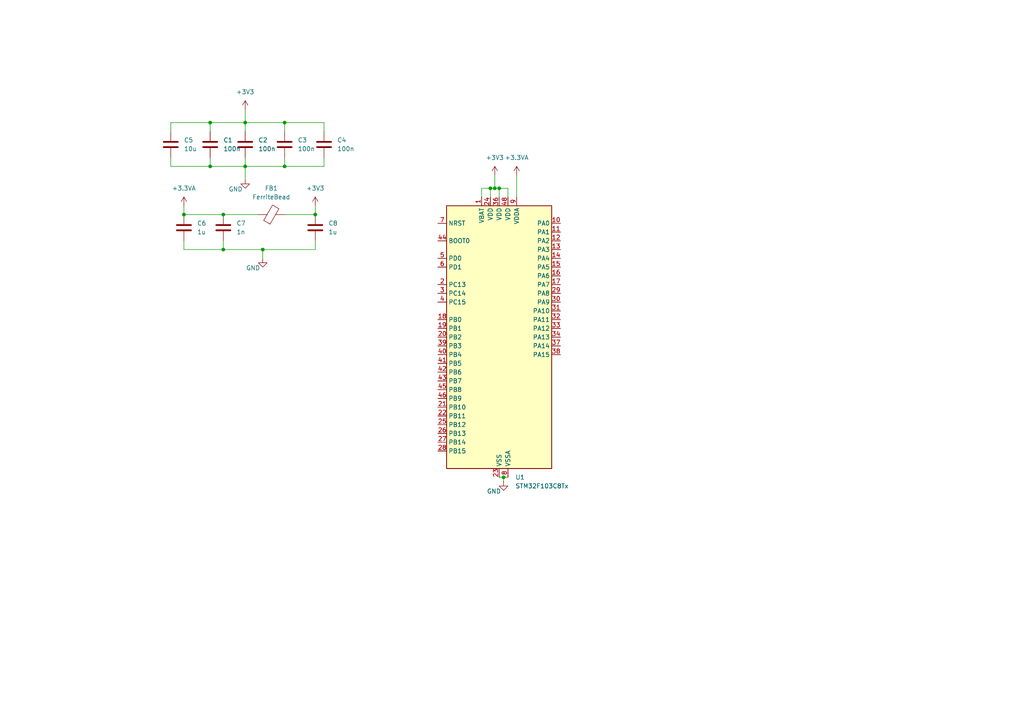
<source format=kicad_sch>
(kicad_sch (version 20250114) (generator "eeschema") (generator_version "9.0")
  (paper "A4")
  (lib_symbols
    (symbol "Device:C" (pin_numbers (hide yes)) (pin_names (offset 0.254))
      (property "Reference" "C" (at 0.635 2.54 0))
      (property "Value" "C" (at 0.635 -2.54 0))
      (symbol "C_0_1"
        (polyline (pts (xy -2.032 0.762) (xy 2.032 0.762)) (stroke (width 0.508)))
        (polyline (pts (xy -2.032 -0.762) (xy 2.032 -0.762)) (stroke (width 0.508)))
      )
      (symbol "C_1_1"
        (pin passive line (at 0 3.81 270) (length 2.794) (name "~") (number "1"))
        (pin passive line (at 0 -3.81 90) (length 2.794) (name "~") (number "2"))
      )
    )
    (symbol "Device:FerriteBead" (pin_numbers (hide yes)) (pin_names (offset 0))
      (property "Reference" "FB" (at -3.81 0.635 90))
      (property "Value" "FerriteBead" (at 3.81 0 90))
      (symbol "FerriteBead_0_1"
        (polyline (pts (xy -2.7686 0.4064) (xy -1.7018 2.2606) (xy 2.7686 -0.3048) (xy 1.6764 -2.159) (xy -2.7686 0.4064)))
        (polyline (pts (xy 0 1.27) (xy 0 1.2954)))
        (polyline (pts (xy 0 -1.27) (xy 0 -1.2192)))
      )
      (symbol "FerriteBead_1_1"
        (pin passive line (at 0 3.81 270) (length 2.54) (name "~") (number "1"))
        (pin passive line (at 0 -3.81 90) (length 2.54) (name "~") (number "2"))
      )
    )
    (symbol "MCU_ST_STM32F1:STM32F103C8Tx"
      (property "Reference" "U" (at -15.24 39.37 0))
      (property "Value" "STM32F103C8Tx" (at 7.62 39.37 0))
      (symbol "STM32F103C8Tx_0_1"
        (rectangle (start -15.24 -38.1) (end 15.24 38.1) (stroke (width 0.254)) (fill (type background)))
      )
      (symbol "STM32F103C8Tx_1_1"
        (pin input line (at -17.78 33.02 0) (length 2.54) (name "NRST") (number "7"))
        (pin input line (at -17.78 27.94 0) (length 2.54) (name "BOOT0") (number "44"))
        (pin bidirectional line (at -17.78 22.86 0) (length 2.54) (name "PD0") (number "5"))
        (pin bidirectional line (at -17.78 20.32 0) (length 2.54) (name "PD1") (number "6"))
        (pin bidirectional line (at -17.78 15.24 0) (length 2.54) (name "PC13") (number "2"))
        (pin bidirectional line (at -17.78 12.7 0) (length 2.54) (name "PC14") (number "3"))
        (pin bidirectional line (at -17.78 10.16 0) (length 2.54) (name "PC15") (number "4"))
        (pin bidirectional line (at -17.78 5.08 0) (length 2.54) (name "PB0") (number "18"))
        (pin bidirectional line (at -17.78 2.54 0) (length 2.54) (name "PB1") (number "19"))
        (pin bidirectional line (at -17.78 0 0) (length 2.54) (name "PB2") (number "20"))
        (pin bidirectional line (at -17.78 -2.54 0) (length 2.54) (name "PB3") (number "39"))
        (pin bidirectional line (at -17.78 -5.08 0) (length 2.54) (name "PB4") (number "40"))
        (pin bidirectional line (at -17.78 -7.62 0) (length 2.54) (name "PB5") (number "41"))
        (pin bidirectional line (at -17.78 -10.16 0) (length 2.54) (name "PB6") (number "42"))
        (pin bidirectional line (at -17.78 -12.7 0) (length 2.54) (name "PB7") (number "43"))
        (pin bidirectional line (at -17.78 -15.24 0) (length 2.54) (name "PB8") (number "45"))
        (pin bidirectional line (at -17.78 -17.78 0) (length 2.54) (name "PB9") (number "46"))
        (pin bidirectional line (at -17.78 -20.32 0) (length 2.54) (name "PB10") (number "21"))
        (pin bidirectional line (at -17.78 -22.86 0) (length 2.54) (name "PB11") (number "22"))
        (pin bidirectional line (at -17.78 -25.4 0) (length 2.54) (name "PB12") (number "25"))
        (pin bidirectional line (at -17.78 -27.94 0) (length 2.54) (name "PB13") (number "26"))
        (pin bidirectional line (at -17.78 -30.48 0) (length 2.54) (name "PB14") (number "27"))
        (pin bidirectional line (at -17.78 -33.02 0) (length 2.54) (name "PB15") (number "28"))
        (pin power_in line (at -5.08 40.64 270) (length 2.54) (name "VBAT") (number "1"))
        (pin power_in line (at -2.54 40.64 270) (length 2.54) (name "VDD") (number "24"))
        (pin power_in line (at 0 40.64 270) (length 2.54) (name "VDD") (number "36"))
        (pin power_in line (at 0 -40.64 90) (length 2.54) (name "VSS") (number "23"))
        (pin passive line (at 0 -40.64 90) (length 2.54) (hide yes) (name "VSS") (number "35"))
        (pin passive line (at 0 -40.64 90) (length 2.54) (hide yes) (name "VSS") (number "47"))
        (pin power_in line (at 2.54 40.64 270) (length 2.54) (name "VDD") (number "48"))
        (pin power_in line (at 2.54 -40.64 90) (length 2.54) (name "VSSA") (number "8"))
        (pin power_in line (at 5.08 40.64 270) (length 2.54) (name "VDDA") (number "9"))
        (pin bidirectional line (at 17.78 33.02 180) (length 2.54) (name "PA0") (number "10"))
        (pin bidirectional line (at 17.78 30.48 180) (length 2.54) (name "PA1") (number "11"))
        (pin bidirectional line (at 17.78 27.94 180) (length 2.54) (name "PA2") (number "12"))
        (pin bidirectional line (at 17.78 25.4 180) (length 2.54) (name "PA3") (number "13"))
        (pin bidirectional line (at 17.78 22.86 180) (length 2.54) (name "PA4") (number "14"))
        (pin bidirectional line (at 17.78 20.32 180) (length 2.54) (name "PA5") (number "15"))
        (pin bidirectional line (at 17.78 17.78 180) (length 2.54) (name "PA6") (number "16"))
        (pin bidirectional line (at 17.78 15.24 180) (length 2.54) (name "PA7") (number "17"))
        (pin bidirectional line (at 17.78 12.7 180) (length 2.54) (name "PA8") (number "29"))
        (pin bidirectional line (at 17.78 10.16 180) (length 2.54) (name "PA9") (number "30"))
        (pin bidirectional line (at 17.78 7.62 180) (length 2.54) (name "PA10") (number "31"))
        (pin bidirectional line (at 17.78 5.08 180) (length 2.54) (name "PA11") (number "32"))
        (pin bidirectional line (at 17.78 2.54 180) (length 2.54) (name "PA12") (number "33"))
        (pin bidirectional line (at 17.78 0 180) (length 2.54) (name "PA13") (number "34"))
        (pin bidirectional line (at 17.78 -2.54 180) (length 2.54) (name "PA14") (number "37"))
        (pin bidirectional line (at 17.78 -5.08 180) (length 2.54) (name "PA15") (number "38"))
      )
    )
    (symbol "power:+3.3VA" (power) (pin_numbers (hide yes)) (pin_names (offset 0) (hide yes))
      (property "Value" "+3.3VA" (at 0 3.556 0))
      (symbol "+3.3VA_0_1"
        (polyline (pts (xy -0.762 1.27) (xy 0 2.54)))
        (polyline (pts (xy 0 2.54) (xy 0.762 1.27)))
        (polyline (pts (xy 0 0) (xy 0 2.54)))
      )
      (symbol "+3.3VA_1_1"
        (pin power_in line (at 0 0 90) (length 0) (name "~") (number "1"))
      )
    )
    (symbol "power:+3V3" (power) (pin_numbers (hide yes)) (pin_names (offset 0) (hide yes))
      (property "Value" "+3V3" (at 0 3.556 0))
      (symbol "+3V3_0_1"
        (polyline (pts (xy -0.762 1.27) (xy 0 2.54)))
        (polyline (pts (xy 0 2.54) (xy 0.762 1.27)))
        (polyline (pts (xy 0 0) (xy 0 2.54)))
      )
      (symbol "+3V3_1_1"
        (pin power_in line (at 0 0 90) (length 0) (name "~") (number "1"))
      )
    )
    (symbol "power:GND" (power) (pin_numbers (hide yes)) (pin_names (offset 0) (hide yes))
      (property "Value" "GND" (at 0 -3.81 0))
      (symbol "GND_0_1"
        (polyline (pts (xy 0 0) (xy 0 -1.27) (xy 1.27 -1.27) (xy 0 -2.54) (xy -1.27 -1.27) (xy 0 -1.27)))
      )
      (symbol "GND_1_1"
        (pin power_in line (at 0 0 270) (length 0) (name "~") (number "1"))
      )
    )
  )
  (junction (at 71.12 35.56))
  (junction (at 64.77 72.39))
  (junction (at 91.44 62.23))
  (junction (at 144.78 54.61))
  (junction (at 76.2 72.39))
  (junction (at 82.55 35.56))
  (junction (at 60.96 35.56))
  (junction (at 82.55 48.26))
  (junction (at 143.51 54.61))
  (junction (at 146.05 138.43))
  (junction (at 64.77 62.23))
  (junction (at 71.12 48.26))
  (junction (at 60.96 48.26))
  (junction (at 53.34 62.23))
  (junction (at 142.24 54.61))
  (wire (pts (xy 49.53 45.72) (xy 49.53 48.26)))
  (wire (pts (xy 144.78 54.61) (xy 144.78 57.15)))
  (wire (pts (xy 91.44 69.85) (xy 91.44 72.39)))
  (wire (pts (xy 144.78 54.61) (xy 147.32 54.61)))
  (wire (pts (xy 53.34 69.85) (xy 53.34 72.39)))
  (wire (pts (xy 76.2 72.39) (xy 76.2 74.93)))
  (wire (pts (xy 60.96 45.72) (xy 60.96 48.26)))
  (wire (pts (xy 71.12 31.75) (xy 71.12 35.56)))
  (wire (pts (xy 76.2 72.39) (xy 91.44 72.39)))
  (wire (pts (xy 142.24 54.61) (xy 142.24 57.15)))
  (wire (pts (xy 60.96 35.56) (xy 60.96 38.1)))
  (wire (pts (xy 71.12 48.26) (xy 71.12 52.07)))
  (wire (pts (xy 64.77 69.85) (xy 64.77 72.39)))
  (wire (pts (xy 64.77 62.23) (xy 74.93 62.23)))
  (wire (pts (xy 71.12 35.56) (xy 71.12 38.1)))
  (wire (pts (xy 82.55 35.56) (xy 82.55 38.1)))
  (wire (pts (xy 82.55 45.72) (xy 82.55 48.26)))
  (wire (pts (xy 82.55 35.56) (xy 93.98 35.56)))
  (wire (pts (xy 147.32 54.61) (xy 147.32 57.15)))
  (wire (pts (xy 53.34 62.23) (xy 64.77 62.23)))
  (wire (pts (xy 93.98 45.72) (xy 93.98 48.26)))
  (wire (pts (xy 49.53 48.26) (xy 60.96 48.26)))
  (wire (pts (xy 139.7 57.15) (xy 139.7 54.61)))
  (wire (pts (xy 71.12 45.72) (xy 71.12 48.26)))
  (wire (pts (xy 82.55 48.26) (xy 93.98 48.26)))
  (wire (pts (xy 53.34 59.69) (xy 53.34 62.23)))
  (wire (pts (xy 53.34 72.39) (xy 64.77 72.39)))
  (wire (pts (xy 60.96 48.26) (xy 71.12 48.26)))
  (wire (pts (xy 93.98 35.56) (xy 93.98 38.1)))
  (wire (pts (xy 139.7 54.61) (xy 142.24 54.61)))
  (wire (pts (xy 71.12 48.26) (xy 82.55 48.26)))
  (wire (pts (xy 146.05 138.43) (xy 146.05 139.7)))
  (wire (pts (xy 143.51 50.8) (xy 143.51 54.61)))
  (wire (pts (xy 142.24 54.61) (xy 143.51 54.61)))
  (wire (pts (xy 49.53 38.1) (xy 49.53 35.56)))
  (wire (pts (xy 64.77 72.39) (xy 76.2 72.39)))
  (wire (pts (xy 49.53 35.56) (xy 60.96 35.56)))
  (wire (pts (xy 91.44 59.69) (xy 91.44 62.23)))
  (wire (pts (xy 143.51 54.61) (xy 144.78 54.61)))
  (wire (pts (xy 60.96 35.56) (xy 71.12 35.56)))
  (wire (pts (xy 144.78 138.43) (xy 146.05 138.43)))
  (wire (pts (xy 149.86 50.8) (xy 149.86 57.15)))
  (wire (pts (xy 146.05 138.43) (xy 147.32 138.43)))
  (wire (pts (xy 82.55 62.23) (xy 91.44 62.23)))
  (wire (pts (xy 71.12 35.56) (xy 82.55 35.56)))
  (symbol (lib_id "Device:C") (at 60.96 41.91 0) (unit 1)
    (property "Reference" "C1" (at 64.77 40.6399 0) (effects (justify left)))
    (property "Value" "100n" (at 64.77 43.1799 0) (effects (justify left)))
    (property "Description" "Unpolarized capacitor" (effects (hide yes)))
  )
  (symbol (lib_id "Device:C") (at 93.98 41.91 0) (unit 1)
    (property "Reference" "C4" (at 97.79 40.6399 0) (effects (justify left)))
    (property "Value" "100n" (at 97.79 43.1799 0) (effects (justify left)))
    (property "Description" "Unpolarized capacitor" (effects (hide yes)))
  )
  (symbol (lib_id "power:GND") (at 71.12 52.07 0) (unit 1)
    (property "Reference" "#PWR04" (effects (hide yes)))
    (property "Value" "GND" (at 68.326 54.864 0))
    (property "Description" "Power symbol creates a global label with name \"GND\" , ground" (effects (hide yes)))
  )
  (symbol (lib_id "power:+3V3") (at 91.44 59.69 0) (unit 1)
    (property "Reference" "#PWR07" (effects (hide yes)))
    (property "Value" "+3V3" (at 91.44 54.61 0))
    (property "Description" "Power symbol creates a global label with name \"+3V3\"" (effects (hide yes)))
  )
  (symbol (lib_id "Device:C") (at 53.34 66.04 0) (unit 1)
    (property "Reference" "C6" (at 57.15 64.7699 0) (effects (justify left)))
    (property "Value" "1u" (at 57.15 67.3099 0) (effects (justify left)))
    (property "Description" "Unpolarized capacitor" (effects (hide yes)))
  )
  (symbol (lib_id "power:+3.3VA") (at 53.34 59.69 0) (unit 1)
    (property "Reference" "#PWR08" (effects (hide yes)))
    (property "Value" "+3.3VA" (at 53.34 54.61 0))
    (property "Description" "Power symbol creates a global label with name \"+3.3VA\"" (effects (hide yes)))
  )
  (symbol (lib_id "Device:FerriteBead") (at 78.74 62.23 90) (unit 1)
    (property "Reference" "FB1" (at 78.6892 54.61 90))
    (property "Value" "FerriteBead" (at 78.6892 57.15 90))
    (property "Description" "Ferrite bead" (effects (hide yes)))
  )
  (symbol (lib_id "power:GND") (at 76.2 74.93 0) (unit 1)
    (property "Reference" "#PWR06" (effects (hide yes)))
    (property "Value" "GND" (at 73.406 77.724 0))
    (property "Description" "Power symbol creates a global label with name \"GND\" , ground" (effects (hide yes)))
  )
  (symbol (lib_id "power:+3V3") (at 71.12 31.75 0) (unit 1)
    (property "Reference" "#PWR03" (effects (hide yes)))
    (property "Value" "+3V3" (at 71.12 26.67 0))
    (property "Description" "Power symbol creates a global label with name \"+3V3\"" (effects (hide yes)))
  )
  (symbol (lib_id "Device:C") (at 64.77 66.04 0) (unit 1)
    (property "Reference" "C7" (at 68.58 64.7699 0) (effects (justify left)))
    (property "Value" "1n" (at 68.58 67.3099 0) (effects (justify left)))
    (property "Description" "Unpolarized capacitor" (effects (hide yes)))
  )
  (symbol (lib_id "power:+3.3VA") (at 149.86 50.8 0) (unit 1)
    (property "Reference" "#PWR05" (effects (hide yes)))
    (property "Value" "+3.3VA" (at 149.86 45.72 0))
    (property "Description" "Power symbol creates a global label with name \"+3.3VA\"" (effects (hide yes)))
  )
  (symbol (lib_id "power:GND") (at 146.05 139.7 0) (unit 1)
    (property "Reference" "#PWR01" (effects (hide yes)))
    (property "Value" "GND" (at 143.256 142.494 0))
    (property "Description" "Power symbol creates a global label with name \"GND\" , ground" (effects (hide yes)))
  )
  (symbol (lib_id "MCU_ST_STM32F1:STM32F103C8Tx") (at 144.78 97.79 0) (unit 1)
    (property "Reference" "U1" (at 149.4633 138.43 0) (effects (justify left)))
    (property "Value" "STM32F103C8Tx" (at 149.4633 140.97 0) (effects (justify left)))
    (property "Footprint" "Package_QFP:LQFP-48_7x7mm_P0.5mm" (effects (hide yes)))
    (property "Datasheet" "https://www.st.com/resource/en/datasheet/stm32f103c8.pdf" (effects (hide yes)))
    (property "Description" "STMicroelectronics Arm Cortex-M3 MCU, 64KB flash, 20KB RAM, 72 MHz, 2.0-3.6V, 37 GPIO, LQFP48" (effects (hide yes)))
  )
  (symbol (lib_id "Device:C") (at 91.44 66.04 0) (unit 1)
    (property "Reference" "C8" (at 95.25 64.7699 0) (effects (justify left)))
    (property "Value" "1u" (at 95.25 67.3099 0) (effects (justify left)))
    (property "Description" "Unpolarized capacitor" (effects (hide yes)))
  )
  (symbol (lib_id "power:+3V3") (at 143.51 50.8 0) (unit 1)
    (property "Reference" "#PWR02" (effects (hide yes)))
    (property "Value" "+3V3" (at 143.51 45.72 0))
    (property "Description" "Power symbol creates a global label with name \"+3V3\"" (effects (hide yes)))
  )
  (symbol (lib_id "Device:C") (at 49.53 41.91 0) (unit 1)
    (property "Reference" "C5" (at 53.34 40.6399 0) (effects (justify left)))
    (property "Value" "10u" (at 53.34 43.1799 0) (effects (justify left)))
    (property "Description" "Unpolarized capacitor" (effects (hide yes)))
  )
  (symbol (lib_id "Device:C") (at 71.12 41.91 0) (unit 1)
    (property "Reference" "C2" (at 74.93 40.6399 0) (effects (justify left)))
    (property "Value" "100n" (at 74.93 43.1799 0) (effects (justify left)))
    (property "Description" "Unpolarized capacitor" (effects (hide yes)))
  )
  (symbol (lib_id "Device:C") (at 82.55 41.91 0) (unit 1)
    (property "Reference" "C3" (at 86.36 40.6399 0) (effects (justify left)))
    (property "Value" "100n" (at 86.36 43.1799 0) (effects (justify left)))
    (property "Description" "Unpolarized capacitor" (effects (hide yes)))
  )
)
</source>
